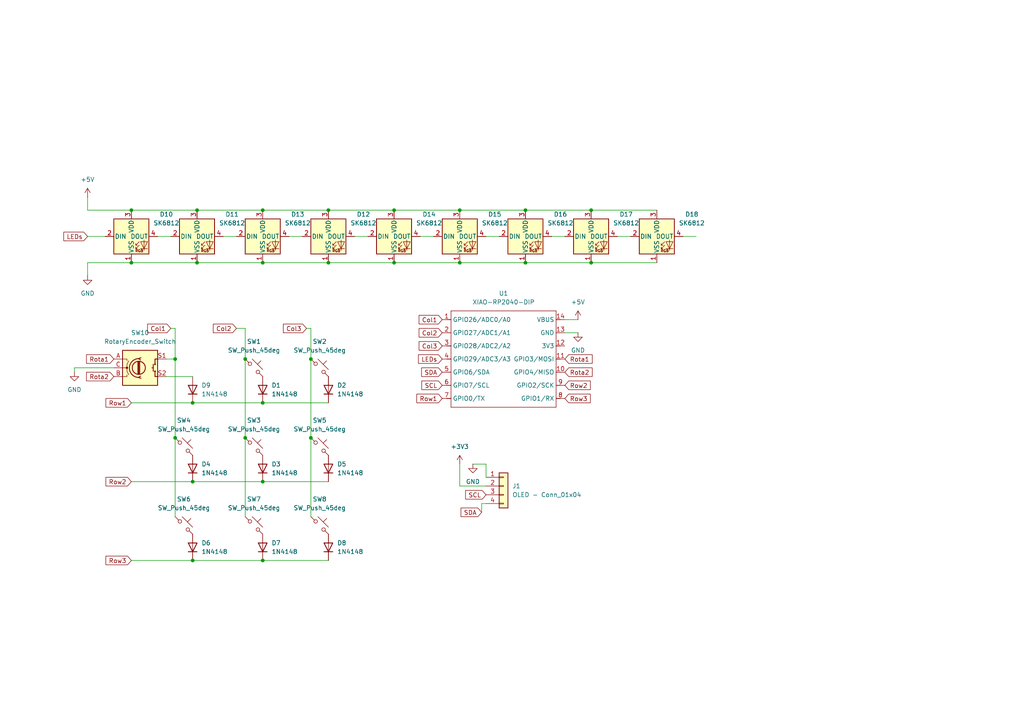
<source format=kicad_sch>
(kicad_sch (version 20250114) (generator "eeschema") (generator_version "9.0")
  (paper "A4")
  (lib_symbols
    (symbol "Connector_Generic:Conn_01x04" (pin_names (offset 1.016) (hide yes))
      (property "Reference" "J" (at 0 5.08 0))
      (property "Value" "Conn_01x04" (at 0 -7.62 0))
      (symbol "Conn_01x04_1_1"
        (rectangle (start -1.27 3.81) (end 1.27 -6.35) (stroke (width 0.254)) (fill (type background)))
        (rectangle (start -1.27 2.667) (end 0 2.413) (stroke (width 0.1524)))
        (rectangle (start -1.27 0.127) (end 0 -0.127) (stroke (width 0.1524)))
        (rectangle (start -1.27 -2.413) (end 0 -2.667) (stroke (width 0.1524)))
        (rectangle (start -1.27 -4.953) (end 0 -5.207) (stroke (width 0.1524)))
        (pin passive line (at -5.08 2.54 0) (length 3.81) (name "Pin_1") (number "1"))
        (pin passive line (at -5.08 0 0) (length 3.81) (name "Pin_2") (number "2"))
        (pin passive line (at -5.08 -2.54 0) (length 3.81) (name "Pin_3") (number "3"))
        (pin passive line (at -5.08 -5.08 0) (length 3.81) (name "Pin_4") (number "4"))
      )
    )
    (symbol "Device:RotaryEncoder_Switch" (pin_names (offset 0.254) (hide yes))
      (property "Reference" "SW" (at 0 6.604 0))
      (property "Value" "RotaryEncoder_Switch" (at 0 -6.604 0))
      (symbol "RotaryEncoder_Switch_0_1"
        (rectangle (start -5.08 5.08) (end 5.08 -5.08) (stroke (width 0.254)) (fill (type background)))
        (polyline (pts (xy -5.08 2.54) (xy -3.81 2.54) (xy -3.81 2.032)))
        (polyline (pts (xy -5.08 0) (xy -3.81 0) (xy -3.81 -1.016) (xy -3.302 -2.032)))
        (polyline (pts (xy -5.08 -2.54) (xy -3.81 -2.54) (xy -3.81 -2.032)))
        (polyline (pts (xy -4.318 0) (xy -3.81 0) (xy -3.81 1.016) (xy -3.302 2.032)))
        (circle (center -3.81 0) (radius 0.254) (fill (type outline)))
        (polyline (pts (xy -0.635 -1.778) (xy -0.635 1.778)) (stroke (width 0.254)))
        (circle (center -0.381 0) (radius 1.905) (stroke (width 0.254)))
        (polyline (pts (xy -0.381 -1.778) (xy -0.381 1.778)) (stroke (width 0.254)))
        (arc (start -0.381 -2.794) (mid -3.0988 -0.0635) (end -0.381 2.667) (stroke (width 0.254)))
        (polyline (pts (xy -0.127 1.778) (xy -0.127 -1.778)) (stroke (width 0.254)))
        (polyline (pts (xy 0.254 2.921) (xy -0.508 2.667) (xy 0.127 2.286)) (stroke (width 0.254)))
        (polyline (pts (xy 0.254 -3.048) (xy -0.508 -2.794) (xy 0.127 -2.413)) (stroke (width 0.254)))
        (polyline (pts (xy 3.81 1.016) (xy 3.81 -1.016)) (stroke (width 0.254)))
        (polyline (pts (xy 3.81 0) (xy 3.429 0)) (stroke (width 0.254)))
        (circle (center 4.318 1.016) (radius 0.127) (stroke (width 0.254)))
        (circle (center 4.318 -1.016) (radius 0.127) (stroke (width 0.254)))
        (polyline (pts (xy 5.08 2.54) (xy 4.318 2.54) (xy 4.318 1.016)) (stroke (width 0.254)))
        (polyline (pts (xy 5.08 -2.54) (xy 4.318 -2.54) (xy 4.318 -1.016)) (stroke (width 0.254)))
      )
      (symbol "RotaryEncoder_Switch_1_1"
        (pin passive line (at -7.62 2.54 0) (length 2.54) (name "A") (number "A"))
        (pin passive line (at -7.62 0 0) (length 2.54) (name "C") (number "C"))
        (pin passive line (at -7.62 -2.54 0) (length 2.54) (name "B") (number "B"))
        (pin passive line (at 7.62 2.54 180) (length 2.54) (name "S1") (number "S1"))
        (pin passive line (at 7.62 -2.54 180) (length 2.54) (name "S2") (number "S2"))
      )
    )
    (symbol "Diode:1N4148" (pin_numbers (hide yes)) (pin_names (hide yes))
      (property "Reference" "D" (at 0 2.54 0))
      (property "Value" "1N4148" (at 0 -2.54 0))
      (symbol "1N4148_0_1"
        (polyline (pts (xy -1.27 1.27) (xy -1.27 -1.27)) (stroke (width 0.254)))
        (polyline (pts (xy 1.27 1.27) (xy 1.27 -1.27) (xy -1.27 0) (xy 1.27 1.27)) (stroke (width 0.254)))
        (polyline (pts (xy 1.27 0) (xy -1.27 0)))
      )
      (symbol "1N4148_1_1"
        (pin passive line (at -3.81 0 0) (length 2.54) (name "K") (number "1"))
        (pin passive line (at 3.81 0 180) (length 2.54) (name "A") (number "2"))
      )
    )
    (symbol "LED:SK6812" (pin_names (offset 0.254))
      (property "Reference" "D" (at 5.08 5.715 0))
      (property "Value" "SK6812" (at 1.27 -5.715 0))
      (symbol "SK6812_0_0"
        (text "RGB" (at 2.286 -4.191 0) (effects (font (size 0.762 0.762))))
      )
      (symbol "SK6812_0_1"
        (polyline (pts (xy 1.27 -2.54) (xy 1.778 -2.54)))
        (polyline (pts (xy 1.27 -3.556) (xy 1.778 -3.556)))
        (polyline (pts (xy 2.286 -1.524) (xy 1.27 -2.54) (xy 1.27 -2.032)))
        (polyline (pts (xy 2.286 -2.54) (xy 1.27 -3.556) (xy 1.27 -3.048)))
        (polyline (pts (xy 3.683 -1.016) (xy 3.683 -3.556) (xy 3.683 -4.064)))
        (polyline (pts (xy 4.699 -1.524) (xy 2.667 -1.524) (xy 3.683 -3.556) (xy 4.699 -1.524)))
        (polyline (pts (xy 4.699 -3.556) (xy 2.667 -3.556)))
        (rectangle (start 5.08 5.08) (end -5.08 -5.08) (stroke (width 0.254)) (fill (type background)))
      )
      (symbol "SK6812_1_1"
        (pin input line (at -7.62 0 0) (length 2.54) (name "DIN") (number "2"))
        (pin power_in line (at 0 7.62 270) (length 2.54) (name "VDD") (number "3"))
        (pin power_in line (at 0 -7.62 90) (length 2.54) (name "VSS") (number "1"))
        (pin output line (at 7.62 0 180) (length 2.54) (name "DOUT") (number "4"))
      )
    )
    (symbol "OPL:XIAO-RP2040-DIP"
      (property "Reference" "U" (at 0 0 0))
      (property "Value" "XIAO-RP2040-DIP" (at 5.334 -1.778 0))
      (symbol "XIAO-RP2040-DIP_1_0"
        (polyline (pts (xy -1.27 -2.54) (xy 29.21 -2.54)) (stroke (width 0.1524)))
        (polyline (pts (xy -1.27 -5.08) (xy -2.54 -5.08)) (stroke (width 0.1524)))
        (polyline (pts (xy -1.27 -5.08) (xy -1.27 -2.54)) (stroke (width 0.1524)))
        (polyline (pts (xy -1.27 -8.89) (xy -2.54 -8.89)) (stroke (width 0.1524)))
        (polyline (pts (xy -1.27 -8.89) (xy -1.27 -5.08)) (stroke (width 0.1524)))
        (polyline (pts (xy -1.27 -12.7) (xy -2.54 -12.7)) (stroke (width 0.1524)))
        (polyline (pts (xy -1.27 -12.7) (xy -1.27 -8.89)) (stroke (width 0.1524)))
        (polyline (pts (xy -1.27 -16.51) (xy -2.54 -16.51)) (stroke (width 0.1524)))
        (polyline (pts (xy -1.27 -16.51) (xy -1.27 -12.7)) (stroke (width 0.1524)))
        (polyline (pts (xy -1.27 -20.32) (xy -2.54 -20.32)) (stroke (width 0.1524)))
        (polyline (pts (xy -1.27 -24.13) (xy -2.54 -24.13)) (stroke (width 0.1524)))
        (polyline (pts (xy -1.27 -27.94) (xy -2.54 -27.94)) (stroke (width 0.1524)))
        (polyline (pts (xy -1.27 -30.48) (xy -1.27 -16.51)) (stroke (width 0.1524)))
        (polyline (pts (xy 29.21 -2.54) (xy 29.21 -5.08)) (stroke (width 0.1524)))
        (polyline (pts (xy 29.21 -5.08) (xy 29.21 -8.89)) (stroke (width 0.1524)))
        (polyline (pts (xy 29.21 -8.89) (xy 29.21 -12.7)) (stroke (width 0.1524)))
        (polyline (pts (xy 29.21 -12.7) (xy 29.21 -30.48)) (stroke (width 0.1524)))
        (polyline (pts (xy 29.21 -30.48) (xy -1.27 -30.48)) (stroke (width 0.1524)))
        (polyline (pts (xy 30.48 -5.08) (xy 29.21 -5.08)) (stroke (width 0.1524)))
        (polyline (pts (xy 30.48 -8.89) (xy 29.21 -8.89)) (stroke (width 0.1524)))
        (polyline (pts (xy 30.48 -12.7) (xy 29.21 -12.7)) (stroke (width 0.1524)))
        (polyline (pts (xy 30.48 -16.51) (xy 29.21 -16.51)) (stroke (width 0.1524)))
        (polyline (pts (xy 30.48 -20.32) (xy 29.21 -20.32)) (stroke (width 0.1524)))
        (polyline (pts (xy 30.48 -24.13) (xy 29.21 -24.13)) (stroke (width 0.1524)))
        (polyline (pts (xy 30.48 -27.94) (xy 29.21 -27.94)) (stroke (width 0.1524)))
        (pin passive line (at -3.81 -5.08 0) (length 2.54) (name "GPIO26/ADC0/A0") (number "1"))
        (pin passive line (at -3.81 -8.89 0) (length 2.54) (name "GPIO27/ADC1/A1") (number "2"))
        (pin passive line (at -3.81 -12.7 0) (length 2.54) (name "GPIO28/ADC2/A2") (number "3"))
        (pin passive line (at -3.81 -16.51 0) (length 2.54) (name "GPIO29/ADC3/A3") (number "4"))
        (pin passive line (at -3.81 -20.32 0) (length 2.54) (name "GPIO6/SDA") (number "5"))
        (pin passive line (at -3.81 -24.13 0) (length 2.54) (name "GPIO7/SCL") (number "6"))
        (pin passive line (at -3.81 -27.94 0) (length 2.54) (name "GPIO0/TX") (number "7"))
        (pin passive line (at 31.75 -5.08 180) (length 2.54) (name "VBUS") (number "14"))
        (pin passive line (at 31.75 -8.89 180) (length 2.54) (name "GND") (number "13"))
        (pin passive line (at 31.75 -12.7 180) (length 2.54) (name "3V3") (number "12"))
        (pin passive line (at 31.75 -16.51 180) (length 2.54) (name "GPIO3/MOSI") (number "11"))
        (pin passive line (at 31.75 -20.32 180) (length 2.54) (name "GPIO4/MISO") (number "10"))
        (pin passive line (at 31.75 -24.13 180) (length 2.54) (name "GPIO2/SCK") (number "9"))
        (pin passive line (at 31.75 -27.94 180) (length 2.54) (name "GPIO1/RX") (number "8"))
      )
    )
    (symbol "Switch:SW_Push_45deg" (pin_numbers (hide yes)) (pin_names (offset 1.016) (hide yes))
      (property "Reference" "SW" (at 3.048 1.016 0))
      (property "Value" "SW_Push_45deg" (at 0 -3.81 0))
      (symbol "SW_Push_45deg_0_1"
        (polyline (pts (xy -2.54 2.54) (xy -1.524 1.524) (xy -1.524 1.524)))
        (circle (center -1.1684 1.1684) (radius 0.508))
        (polyline (pts (xy -0.508 2.54) (xy 2.54 -0.508)))
        (polyline (pts (xy 1.016 1.016) (xy 2.032 2.032)))
        (circle (center 1.143 -1.1938) (radius 0.508))
        (polyline (pts (xy 1.524 -1.524) (xy 2.54 -2.54) (xy 2.54 -2.54) (xy 2.54 -2.54)))
        (pin passive line (at -2.54 2.54 0) (length 0) (name "1") (number "1"))
        (pin passive line (at 2.54 -2.54 180) (length 0) (name "2") (number "2"))
      )
    )
    (symbol "power:+3V3" (power) (pin_numbers (hide yes)) (pin_names (offset 0) (hide yes))
      (property "Value" "+3V3" (at 0 3.556 0))
      (symbol "+3V3_0_1"
        (polyline (pts (xy -0.762 1.27) (xy 0 2.54)))
        (polyline (pts (xy 0 2.54) (xy 0.762 1.27)))
        (polyline (pts (xy 0 0) (xy 0 2.54)))
      )
      (symbol "+3V3_1_1"
        (pin power_in line (at 0 0 90) (length 0) (name "~") (number "1"))
      )
    )
    (symbol "power:+5V" (power) (pin_numbers (hide yes)) (pin_names (offset 0) (hide yes))
      (property "Value" "+5V" (at 0 3.556 0))
      (symbol "+5V_0_1"
        (polyline (pts (xy -0.762 1.27) (xy 0 2.54)))
        (polyline (pts (xy 0 2.54) (xy 0.762 1.27)))
        (polyline (pts (xy 0 0) (xy 0 2.54)))
      )
      (symbol "+5V_1_1"
        (pin power_in line (at 0 0 90) (length 0) (name "~") (number "1"))
      )
    )
    (symbol "power:GND" (power) (pin_numbers (hide yes)) (pin_names (offset 0) (hide yes))
      (property "Value" "GND" (at 0 -3.81 0))
      (symbol "GND_0_1"
        (polyline (pts (xy 0 0) (xy 0 -1.27) (xy 1.27 -1.27) (xy 0 -2.54) (xy -1.27 -1.27) (xy 0 -1.27)))
      )
      (symbol "GND_1_1"
        (pin power_in line (at 0 0 270) (length 0) (name "~") (number "1"))
      )
    )
  )
  (junction (at 95.25 76.2))
  (junction (at 55.88 139.7))
  (junction (at 50.8 127))
  (junction (at 90.17 104.14))
  (junction (at 90.17 127))
  (junction (at 50.8 104.14))
  (junction (at 133.35 60.96))
  (junction (at 71.12 104.14))
  (junction (at 114.3 60.96))
  (junction (at 152.4 60.96))
  (junction (at 95.25 60.96))
  (junction (at 152.4 76.2))
  (junction (at 71.12 127))
  (junction (at 55.88 162.56))
  (junction (at 76.2 162.56))
  (junction (at 171.45 76.2))
  (junction (at 55.88 116.84))
  (junction (at 171.45 60.96))
  (junction (at 114.3 76.2))
  (junction (at 76.2 116.84))
  (junction (at 76.2 139.7))
  (junction (at 76.2 60.96))
  (junction (at 57.15 76.2))
  (junction (at 57.15 60.96))
  (junction (at 38.1 60.96))
  (junction (at 38.1 76.2))
  (junction (at 76.2 76.2))
  (junction (at 133.35 76.2))
  (wire (pts (xy 57.15 60.96) (xy 38.1 60.96)))
  (wire (pts (xy 90.17 95.25) (xy 90.17 104.14)))
  (wire (pts (xy 25.4 80.01) (xy 25.4 76.2)))
  (wire (pts (xy 38.1 76.2) (xy 57.15 76.2)))
  (wire (pts (xy 171.45 60.96) (xy 152.4 60.96)))
  (wire (pts (xy 163.83 92.71) (xy 167.64 92.71)))
  (wire (pts (xy 76.2 116.84) (xy 95.25 116.84)))
  (wire (pts (xy 198.12 68.58) (xy 201.93 68.58)))
  (wire (pts (xy 140.97 68.58) (xy 144.78 68.58)))
  (wire (pts (xy 137.16 134.62) (xy 140.97 134.62)))
  (wire (pts (xy 179.07 68.58) (xy 182.88 68.58)))
  (wire (pts (xy 133.35 134.62) (xy 133.35 140.97)))
  (wire (pts (xy 48.26 104.14) (xy 50.8 104.14)))
  (wire (pts (xy 64.77 68.58) (xy 68.58 68.58)))
  (wire (pts (xy 38.1 162.56) (xy 55.88 162.56)))
  (wire (pts (xy 50.8 95.25) (xy 50.8 104.14)))
  (wire (pts (xy 38.1 60.96) (xy 25.4 60.96)))
  (wire (pts (xy 90.17 104.14) (xy 90.17 127)))
  (wire (pts (xy 71.12 95.25) (xy 71.12 104.14)))
  (wire (pts (xy 95.25 60.96) (xy 76.2 60.96)))
  (wire (pts (xy 49.53 95.25) (xy 50.8 95.25)))
  (wire (pts (xy 190.5 60.96) (xy 171.45 60.96)))
  (wire (pts (xy 90.17 127) (xy 90.17 149.86)))
  (wire (pts (xy 25.4 60.96) (xy 25.4 57.15)))
  (wire (pts (xy 152.4 76.2) (xy 171.45 76.2)))
  (wire (pts (xy 171.45 76.2) (xy 190.5 76.2)))
  (wire (pts (xy 55.88 162.56) (xy 76.2 162.56)))
  (wire (pts (xy 95.25 76.2) (xy 114.3 76.2)))
  (wire (pts (xy 160.02 68.58) (xy 163.83 68.58)))
  (wire (pts (xy 38.1 116.84) (xy 55.88 116.84)))
  (wire (pts (xy 133.35 140.97) (xy 140.97 140.97)))
  (wire (pts (xy 133.35 60.96) (xy 114.3 60.96)))
  (wire (pts (xy 55.88 139.7) (xy 76.2 139.7)))
  (wire (pts (xy 114.3 76.2) (xy 133.35 76.2)))
  (wire (pts (xy 140.97 134.62) (xy 140.97 138.43)))
  (wire (pts (xy 76.2 162.56) (xy 95.25 162.56)))
  (wire (pts (xy 121.92 68.58) (xy 125.73 68.58)))
  (wire (pts (xy 50.8 127) (xy 50.8 149.86)))
  (wire (pts (xy 45.72 68.58) (xy 49.53 68.58)))
  (wire (pts (xy 76.2 76.2) (xy 95.25 76.2)))
  (wire (pts (xy 57.15 76.2) (xy 76.2 76.2)))
  (wire (pts (xy 71.12 127) (xy 71.12 149.86)))
  (wire (pts (xy 25.4 68.58) (xy 30.48 68.58)))
  (wire (pts (xy 55.88 116.84) (xy 76.2 116.84)))
  (wire (pts (xy 48.26 109.22) (xy 55.88 109.22)))
  (wire (pts (xy 140.97 146.05) (xy 139.7 146.05)))
  (wire (pts (xy 139.7 146.05) (xy 139.7 148.59)))
  (wire (pts (xy 50.8 104.14) (xy 50.8 127)))
  (wire (pts (xy 102.87 68.58) (xy 106.68 68.58)))
  (wire (pts (xy 152.4 60.96) (xy 133.35 60.96)))
  (wire (pts (xy 25.4 76.2) (xy 38.1 76.2)))
  (wire (pts (xy 88.9 95.25) (xy 90.17 95.25)))
  (wire (pts (xy 76.2 60.96) (xy 57.15 60.96)))
  (wire (pts (xy 71.12 104.14) (xy 71.12 127)))
  (wire (pts (xy 133.35 76.2) (xy 152.4 76.2)))
  (wire (pts (xy 76.2 139.7) (xy 95.25 139.7)))
  (wire (pts (xy 68.58 95.25) (xy 71.12 95.25)))
  (wire (pts (xy 83.82 68.58) (xy 87.63 68.58)))
  (wire (pts (xy 21.59 107.95) (xy 21.59 106.68)))
  (wire (pts (xy 38.1 139.7) (xy 55.88 139.7)))
  (wire (pts (xy 114.3 60.96) (xy 95.25 60.96)))
  (wire (pts (xy 21.59 106.68) (xy 33.02 106.68)))
  (wire (pts (xy 163.83 96.52) (xy 167.64 96.52)))
  (global_label "Rota1" (shape input) (at 33.02 104.14 180) (property "Intersheetrefs" "${INTERSHEET_REFS}" (effects (hide yes))))
  (global_label "Rota2" (shape input) (at 33.02 109.22 180) (property "Intersheetrefs" "${INTERSHEET_REFS}" (effects (hide yes))))
  (global_label "Col3" (shape input) (at 88.9 95.25 180) (property "Intersheetrefs" "${INTERSHEET_REFS}" (effects (hide yes))))
  (global_label "Row1" (shape input) (at 38.1 116.84 180) (property "Intersheetrefs" "${INTERSHEET_REFS}" (effects (hide yes))))
  (global_label "LEDs" (shape input) (at 128.27 104.14 180) (property "Intersheetrefs" "${INTERSHEET_REFS}" (effects (hide yes))))
  (global_label "SCL" (shape input) (at 140.97 143.51 180) (property "Intersheetrefs" "${INTERSHEET_REFS}" (effects (hide yes))))
  (global_label "Col3" (shape input) (at 128.27 100.33 180) (property "Intersheetrefs" "${INTERSHEET_REFS}" (effects (hide yes))))
  (global_label "Rota1" (shape input) (at 163.83 104.14 0) (property "Intersheetrefs" "${INTERSHEET_REFS}" (effects (hide yes))))
  (global_label "Col1" (shape input) (at 49.53 95.25 180) (property "Intersheetrefs" "${INTERSHEET_REFS}" (effects (hide yes))))
  (global_label "Row1" (shape input) (at 128.27 115.57 180) (property "Intersheetrefs" "${INTERSHEET_REFS}" (effects (hide yes))))
  (global_label "SDA" (shape input) (at 128.27 107.95 180) (property "Intersheetrefs" "${INTERSHEET_REFS}" (effects (hide yes))))
  (global_label "LEDs" (shape input) (at 25.4 68.58 180) (property "Intersheetrefs" "${INTERSHEET_REFS}" (effects (hide yes))))
  (global_label "SDA" (shape input) (at 139.7 148.59 180) (property "Intersheetrefs" "${INTERSHEET_REFS}" (effects (hide yes))))
  (global_label "Col1" (shape input) (at 128.27 92.71 180) (property "Intersheetrefs" "${INTERSHEET_REFS}" (effects (hide yes))))
  (global_label "Row3" (shape input) (at 163.83 115.57 0) (property "Intersheetrefs" "${INTERSHEET_REFS}" (effects (hide yes))))
  (global_label "Col2" (shape input) (at 128.27 96.52 180) (property "Intersheetrefs" "${INTERSHEET_REFS}" (effects (hide yes))))
  (global_label "Col2" (shape input) (at 68.58 95.25 180) (property "Intersheetrefs" "${INTERSHEET_REFS}" (effects (hide yes))))
  (global_label "Row3" (shape input) (at 38.1 162.56 180) (property "Intersheetrefs" "${INTERSHEET_REFS}" (effects (hide yes))))
  (global_label "Row2" (shape input) (at 38.1 139.7 180) (property "Intersheetrefs" "${INTERSHEET_REFS}" (effects (hide yes))))
  (global_label "SCL" (shape input) (at 128.27 111.76 180) (property "Intersheetrefs" "${INTERSHEET_REFS}" (effects (hide yes))))
  (global_label "Rota2" (shape input) (at 163.83 107.95 0) (property "Intersheetrefs" "${INTERSHEET_REFS}" (effects (hide yes))))
  (global_label "Row2" (shape input) (at 163.83 111.76 0) (property "Intersheetrefs" "${INTERSHEET_REFS}" (effects (hide yes))))
  (symbol (lib_id "Switch:SW_Push_45deg") (at 92.71 106.68 0) (unit 1)
    (property "Reference" "SW2" (at 92.71 99.06 0))
    (property "Value" "SW_Push_45deg" (at 92.71 101.6 0))
    (property "Footprint" "Button_Switch_Keyboard:SW_Cherry_MX_1.00u_PCB" (effects (hide yes)))
    (property "Description" "Push button switch, normally open, two pins, 45° tilted" (effects (hide yes)))
  )
  (symbol (lib_id "power:GND") (at 167.64 96.52 0) (unit 1)
    (property "Reference" "#PWR02" (effects (hide yes)))
    (property "Value" "GND" (at 167.64 101.6 0))
    (property "Description" "Power symbol creates a global label with name \"GND\" , ground" (effects (hide yes)))
  )
  (symbol (lib_id "Diode:1N4148") (at 76.2 135.89 90) (unit 1)
    (property "Reference" "D3" (at 78.74 134.6199 90) (effects (justify right)))
    (property "Value" "1N4148" (at 78.74 137.1599 90) (effects (justify right)))
    (property "Footprint" "Diode_THT:D_DO-35_SOD27_P7.62mm_Horizontal" (effects (hide yes)))
    (property "Datasheet" "https://assets.nexperia.com/documents/data-sheet/1N4148_1N4448.pdf" (effects (hide yes)))
    (property "Description" "100V 0.15A standard switching diode, DO-35" (effects (hide yes)))
    (property "Sim.Device" "D" (effects (hide yes)))
    (property "Sim.Pins" "1=K 2=A" (effects (hide yes)))
  )
  (symbol (lib_id "Switch:SW_Push_45deg") (at 53.34 129.54 0) (unit 1)
    (property "Reference" "SW4" (at 53.34 121.92 0))
    (property "Value" "SW_Push_45deg" (at 53.34 124.46 0))
    (property "Footprint" "Button_Switch_Keyboard:SW_Cherry_MX_1.00u_PCB" (effects (hide yes)))
    (property "Description" "Push button switch, normally open, two pins, 45° tilted" (effects (hide yes)))
  )
  (symbol (lib_id "Diode:1N4148") (at 55.88 158.75 90) (unit 1)
    (property "Reference" "D6" (at 58.42 157.4799 90) (effects (justify right)))
    (property "Value" "1N4148" (at 58.42 160.0199 90) (effects (justify right)))
    (property "Footprint" "Diode_THT:D_DO-35_SOD27_P7.62mm_Horizontal" (effects (hide yes)))
    (property "Datasheet" "https://assets.nexperia.com/documents/data-sheet/1N4148_1N4448.pdf" (effects (hide yes)))
    (property "Description" "100V 0.15A standard switching diode, DO-35" (effects (hide yes)))
    (property "Sim.Device" "D" (effects (hide yes)))
    (property "Sim.Pins" "1=K 2=A" (effects (hide yes)))
  )
  (symbol (lib_id "LED:SK6812") (at 133.35 68.58 0) (unit 1)
    (property "Reference" "D15" (at 143.51 62.1598 0))
    (property "Value" "SK6812" (at 143.51 64.6998 0))
    (property "Footprint" "LED_SMD:LED_SK6812MINI_PLCC4_3.5x3.5mm_P1.75mm" (effects (hide yes)))
    (property "Datasheet" "https://cdn-shop.adafruit.com/product-files/1138/SK6812+LED+datasheet+.pdf" (effects (hide yes)))
    (property "Description" "RGB LED with integrated controller" (effects (hide yes)))
  )
  (symbol (lib_id "Diode:1N4148") (at 95.25 135.89 90) (unit 1)
    (property "Reference" "D5" (at 97.79 134.6199 90) (effects (justify right)))
    (property "Value" "1N4148" (at 97.79 137.1599 90) (effects (justify right)))
    (property "Footprint" "Diode_THT:D_DO-35_SOD27_P7.62mm_Horizontal" (effects (hide yes)))
    (property "Datasheet" "https://assets.nexperia.com/documents/data-sheet/1N4148_1N4448.pdf" (effects (hide yes)))
    (property "Description" "100V 0.15A standard switching diode, DO-35" (effects (hide yes)))
    (property "Sim.Device" "D" (effects (hide yes)))
    (property "Sim.Pins" "1=K 2=A" (effects (hide yes)))
  )
  (symbol (lib_id "power:+3V3") (at 133.35 134.62 0) (unit 1)
    (property "Reference" "#PWR04" (effects (hide yes)))
    (property "Value" "+3V3" (at 133.35 129.54 0))
    (property "Description" "Power symbol creates a global label with name \"+3V3\"" (effects (hide yes)))
  )
  (symbol (lib_id "LED:SK6812") (at 76.2 68.58 0) (unit 1)
    (property "Reference" "D13" (at 86.36 62.1598 0))
    (property "Value" "SK6812" (at 86.36 64.6998 0))
    (property "Footprint" "LED_SMD:LED_SK6812MINI_PLCC4_3.5x3.5mm_P1.75mm" (effects (hide yes)))
    (property "Datasheet" "https://cdn-shop.adafruit.com/product-files/1138/SK6812+LED+datasheet+.pdf" (effects (hide yes)))
    (property "Description" "RGB LED with integrated controller" (effects (hide yes)))
  )
  (symbol (lib_id "Switch:SW_Push_45deg") (at 53.34 152.4 0) (unit 1)
    (property "Reference" "SW6" (at 53.34 144.78 0))
    (property "Value" "SW_Push_45deg" (at 53.34 147.32 0))
    (property "Footprint" "Button_Switch_Keyboard:SW_Cherry_MX_1.00u_PCB" (effects (hide yes)))
    (property "Description" "Push button switch, normally open, two pins, 45° tilted" (effects (hide yes)))
  )
  (symbol (lib_id "Diode:1N4148") (at 55.88 135.89 90) (unit 1)
    (property "Reference" "D4" (at 58.42 134.6199 90) (effects (justify right)))
    (property "Value" "1N4148" (at 58.42 137.1599 90) (effects (justify right)))
    (property "Footprint" "Diode_THT:D_DO-35_SOD27_P7.62mm_Horizontal" (effects (hide yes)))
    (property "Datasheet" "https://assets.nexperia.com/documents/data-sheet/1N4148_1N4448.pdf" (effects (hide yes)))
    (property "Description" "100V 0.15A standard switching diode, DO-35" (effects (hide yes)))
    (property "Sim.Device" "D" (effects (hide yes)))
    (property "Sim.Pins" "1=K 2=A" (effects (hide yes)))
  )
  (symbol (lib_id "Switch:SW_Push_45deg") (at 92.71 152.4 0) (unit 1)
    (property "Reference" "SW8" (at 92.71 144.78 0))
    (property "Value" "SW_Push_45deg" (at 92.71 147.32 0))
    (property "Footprint" "Button_Switch_Keyboard:SW_Cherry_MX_1.00u_PCB" (effects (hide yes)))
    (property "Description" "Push button switch, normally open, two pins, 45° tilted" (effects (hide yes)))
  )
  (symbol (lib_id "LED:SK6812") (at 152.4 68.58 0) (unit 1)
    (property "Reference" "D16" (at 162.56 62.1598 0))
    (property "Value" "SK6812" (at 162.56 64.6998 0))
    (property "Footprint" "LED_SMD:LED_SK6812MINI_PLCC4_3.5x3.5mm_P1.75mm" (effects (hide yes)))
    (property "Datasheet" "https://cdn-shop.adafruit.com/product-files/1138/SK6812+LED+datasheet+.pdf" (effects (hide yes)))
    (property "Description" "RGB LED with integrated controller" (effects (hide yes)))
  )
  (symbol (lib_id "power:GND") (at 21.59 107.95 0) (unit 1)
    (property "Reference" "#PWR01" (effects (hide yes)))
    (property "Value" "GND" (at 21.59 113.03 0))
    (property "Description" "Power symbol creates a global label with name \"GND\" , ground" (effects (hide yes)))
  )
  (symbol (lib_id "LED:SK6812") (at 190.5 68.58 0) (unit 1)
    (property "Reference" "D18" (at 200.66 62.1598 0))
    (property "Value" "SK6812" (at 200.66 64.6998 0))
    (property "Footprint" "LED_SMD:LED_SK6812MINI_PLCC4_3.5x3.5mm_P1.75mm" (effects (hide yes)))
    (property "Datasheet" "https://cdn-shop.adafruit.com/product-files/1138/SK6812+LED+datasheet+.pdf" (effects (hide yes)))
    (property "Description" "RGB LED with integrated controller" (effects (hide yes)))
  )
  (symbol (lib_id "Diode:1N4148") (at 76.2 113.03 90) (unit 1)
    (property "Reference" "D1" (at 78.74 111.7599 90) (effects (justify right)))
    (property "Value" "1N4148" (at 78.74 114.2999 90) (effects (justify right)))
    (property "Footprint" "Diode_THT:D_DO-35_SOD27_P7.62mm_Horizontal" (effects (hide yes)))
    (property "Datasheet" "https://assets.nexperia.com/documents/data-sheet/1N4148_1N4448.pdf" (effects (hide yes)))
    (property "Description" "100V 0.15A standard switching diode, DO-35" (effects (hide yes)))
    (property "Sim.Device" "D" (effects (hide yes)))
    (property "Sim.Pins" "1=K 2=A" (effects (hide yes)))
  )
  (symbol (lib_id "LED:SK6812") (at 95.25 68.58 0) (unit 1)
    (property "Reference" "D12" (at 105.41 62.1598 0))
    (property "Value" "SK6812" (at 105.41 64.6998 0))
    (property "Footprint" "LED_SMD:LED_SK6812MINI_PLCC4_3.5x3.5mm_P1.75mm" (effects (hide yes)))
    (property "Datasheet" "https://cdn-shop.adafruit.com/product-files/1138/SK6812+LED+datasheet+.pdf" (effects (hide yes)))
    (property "Description" "RGB LED with integrated controller" (effects (hide yes)))
  )
  (symbol (lib_id "Diode:1N4148") (at 95.25 158.75 90) (unit 1)
    (property "Reference" "D8" (at 97.79 157.4799 90) (effects (justify right)))
    (property "Value" "1N4148" (at 97.79 160.0199 90) (effects (justify right)))
    (property "Footprint" "Diode_THT:D_DO-35_SOD27_P7.62mm_Horizontal" (effects (hide yes)))
    (property "Datasheet" "https://assets.nexperia.com/documents/data-sheet/1N4148_1N4448.pdf" (effects (hide yes)))
    (property "Description" "100V 0.15A standard switching diode, DO-35" (effects (hide yes)))
    (property "Sim.Device" "D" (effects (hide yes)))
    (property "Sim.Pins" "1=K 2=A" (effects (hide yes)))
  )
  (symbol (lib_id "Connector_Generic:Conn_01x04") (at 146.05 140.97 0) (unit 1)
    (property "Reference" "J1" (at 148.59 140.9699 0) (effects (justify left)))
    (property "Value" "OLED - Conn_01x04" (at 148.59 143.5099 0) (effects (justify left)))
    (property "Footprint" "footprints:SSD1306-0.91-OLED-4pin-128x32" (effects (hide yes)))
    (property "Description" "Generic connector, single row, 01x04, script generated (kicad-library-utils/schlib/autogen/connector/)" (effects (hide yes)))
  )
  (symbol (lib_id "OPL:XIAO-RP2040-DIP") (at 132.08 87.63 0) (unit 1)
    (property "Reference" "U1" (at 146.05 85.09 0))
    (property "Value" "XIAO-RP2040-DIP" (at 146.05 87.63 0))
    (property "Footprint" "OPL:XIAO-RP2040-DIP" (effects (hide yes)))
  )
  (symbol (lib_id "power:GND") (at 25.4 80.01 0) (unit 1)
    (property "Reference" "#PWR07" (effects (hide yes)))
    (property "Value" "GND" (at 25.4 85.09 0))
    (property "Description" "Power symbol creates a global label with name \"GND\" , ground" (effects (hide yes)))
  )
  (symbol (lib_id "Device:RotaryEncoder_Switch") (at 40.64 106.68 0) (unit 1)
    (property "Reference" "SW10" (at 40.64 96.52 0))
    (property "Value" "RotaryEncoder_Switch" (at 40.64 99.06 0))
    (property "Footprint" "Rotary_Encoder:RotaryEncoder_Alps_EC11E_Vertical_H20mm" (effects (hide yes)))
    (property "Description" "Rotary encoder, dual channel, incremental quadrate outputs, with switch" (effects (hide yes)))
  )
  (symbol (lib_id "power:+5V") (at 167.64 92.71 0) (unit 1)
    (property "Reference" "#PWR03" (effects (hide yes)))
    (property "Value" "+5V" (at 167.64 87.63 0))
    (property "Description" "Power symbol creates a global label with name \"+5V\"" (effects (hide yes)))
  )
  (symbol (lib_id "power:+5V") (at 25.4 57.15 0) (unit 1)
    (property "Reference" "#PWR06" (effects (hide yes)))
    (property "Value" "+5V" (at 25.4 52.07 0))
    (property "Description" "Power symbol creates a global label with name \"+5V\"" (effects (hide yes)))
  )
  (symbol (lib_id "LED:SK6812") (at 171.45 68.58 0) (unit 1)
    (property "Reference" "D17" (at 181.61 62.1598 0))
    (property "Value" "SK6812" (at 181.61 64.6998 0))
    (property "Footprint" "LED_SMD:LED_SK6812MINI_PLCC4_3.5x3.5mm_P1.75mm" (effects (hide yes)))
    (property "Datasheet" "https://cdn-shop.adafruit.com/product-files/1138/SK6812+LED+datasheet+.pdf" (effects (hide yes)))
    (property "Description" "RGB LED with integrated controller" (effects (hide yes)))
  )
  (symbol (lib_id "Switch:SW_Push_45deg") (at 73.66 152.4 0) (unit 1)
    (property "Reference" "SW7" (at 73.66 144.78 0))
    (property "Value" "SW_Push_45deg" (at 73.66 147.32 0))
    (property "Footprint" "Button_Switch_Keyboard:SW_Cherry_MX_1.00u_PCB" (effects (hide yes)))
    (property "Description" "Push button switch, normally open, two pins, 45° tilted" (effects (hide yes)))
  )
  (symbol (lib_id "Switch:SW_Push_45deg") (at 73.66 106.68 0) (unit 1)
    (property "Reference" "SW1" (at 73.66 99.06 0))
    (property "Value" "SW_Push_45deg" (at 73.66 101.6 0))
    (property "Footprint" "Button_Switch_Keyboard:SW_Cherry_MX_1.00u_PCB" (effects (hide yes)))
    (property "Description" "Push button switch, normally open, two pins, 45° tilted" (effects (hide yes)))
  )
  (symbol (lib_id "LED:SK6812") (at 38.1 68.58 0) (unit 1)
    (property "Reference" "D10" (at 48.26 62.1598 0))
    (property "Value" "SK6812" (at 48.26 64.6998 0))
    (property "Footprint" "LED_SMD:LED_SK6812MINI_PLCC4_3.5x3.5mm_P1.75mm" (effects (hide yes)))
    (property "Datasheet" "https://cdn-shop.adafruit.com/product-files/1138/SK6812+LED+datasheet+.pdf" (effects (hide yes)))
    (property "Description" "RGB LED with integrated controller" (effects (hide yes)))
  )
  (symbol (lib_id "LED:SK6812") (at 114.3 68.58 0) (unit 1)
    (property "Reference" "D14" (at 124.46 62.1598 0))
    (property "Value" "SK6812" (at 124.46 64.6998 0))
    (property "Footprint" "LED_SMD:LED_SK6812MINI_PLCC4_3.5x3.5mm_P1.75mm" (effects (hide yes)))
    (property "Datasheet" "https://cdn-shop.adafruit.com/product-files/1138/SK6812+LED+datasheet+.pdf" (effects (hide yes)))
    (property "Description" "RGB LED with integrated controller" (effects (hide yes)))
  )
  (symbol (lib_id "Switch:SW_Push_45deg") (at 92.71 129.54 0) (unit 1)
    (property "Reference" "SW5" (at 92.71 121.92 0))
    (property "Value" "SW_Push_45deg" (at 92.71 124.46 0))
    (property "Footprint" "Button_Switch_Keyboard:SW_Cherry_MX_1.00u_PCB" (effects (hide yes)))
    (property "Description" "Push button switch, normally open, two pins, 45° tilted" (effects (hide yes)))
  )
  (symbol (lib_id "Diode:1N4148") (at 95.25 113.03 90) (unit 1)
    (property "Reference" "D2" (at 97.79 111.7599 90) (effects (justify right)))
    (property "Value" "1N4148" (at 97.79 114.2999 90) (effects (justify right)))
    (property "Footprint" "Diode_THT:D_DO-35_SOD27_P7.62mm_Horizontal" (effects (hide yes)))
    (property "Datasheet" "https://assets.nexperia.com/documents/data-sheet/1N4148_1N4448.pdf" (effects (hide yes)))
    (property "Description" "100V 0.15A standard switching diode, DO-35" (effects (hide yes)))
    (property "Sim.Device" "D" (effects (hide yes)))
    (property "Sim.Pins" "1=K 2=A" (effects (hide yes)))
  )
  (symbol (lib_id "Switch:SW_Push_45deg") (at 73.66 129.54 0) (unit 1)
    (property "Reference" "SW3" (at 73.66 121.92 0))
    (property "Value" "SW_Push_45deg" (at 73.66 124.46 0))
    (property "Footprint" "Button_Switch_Keyboard:SW_Cherry_MX_1.00u_PCB" (effects (hide yes)))
    (property "Description" "Push button switch, normally open, two pins, 45° tilted" (effects (hide yes)))
  )
  (symbol (lib_id "Diode:1N4148") (at 55.88 113.03 90) (unit 1)
    (property "Reference" "D9" (at 58.42 111.7599 90) (effects (justify right)))
    (property "Value" "1N4148" (at 58.42 114.2999 90) (effects (justify right)))
    (property "Footprint" "Diode_THT:D_DO-35_SOD27_P7.62mm_Horizontal" (effects (hide yes)))
    (property "Datasheet" "https://assets.nexperia.com/documents/data-sheet/1N4148_1N4448.pdf" (effects (hide yes)))
    (property "Description" "100V 0.15A standard switching diode, DO-35" (effects (hide yes)))
    (property "Sim.Device" "D" (effects (hide yes)))
    (property "Sim.Pins" "1=K 2=A" (effects (hide yes)))
  )
  (symbol (lib_id "power:GND") (at 137.16 134.62 0) (unit 1)
    (property "Reference" "#PWR05" (effects (hide yes)))
    (property "Value" "GND" (at 137.16 139.7 0))
    (property "Description" "Power symbol creates a global label with name \"GND\" , ground" (effects (hide yes)))
  )
  (symbol (lib_id "LED:SK6812") (at 57.15 68.58 0) (unit 1)
    (property "Reference" "D11" (at 67.31 62.1598 0))
    (property "Value" "SK6812" (at 67.31 64.6998 0))
    (property "Footprint" "LED_SMD:LED_SK6812MINI_PLCC4_3.5x3.5mm_P1.75mm" (effects (hide yes)))
    (property "Datasheet" "https://cdn-shop.adafruit.com/product-files/1138/SK6812+LED+datasheet+.pdf" (effects (hide yes)))
    (property "Description" "RGB LED with integrated controller" (effects (hide yes)))
  )
  (symbol (lib_id "Diode:1N4148") (at 76.2 158.75 90) (unit 1)
    (property "Reference" "D7" (at 78.74 157.4799 90) (effects (justify right)))
    (property "Value" "1N4148" (at 78.74 160.0199 90) (effects (justify right)))
    (property "Footprint" "Diode_THT:D_DO-35_SOD27_P7.62mm_Horizontal" (effects (hide yes)))
    (property "Datasheet" "https://assets.nexperia.com/documents/data-sheet/1N4148_1N4448.pdf" (effects (hide yes)))
    (property "Description" "100V 0.15A standard switching diode, DO-35" (effects (hide yes)))
    (property "Sim.Device" "D" (effects (hide yes)))
    (property "Sim.Pins" "1=K 2=A" (effects (hide yes)))
  )
)
</source>
